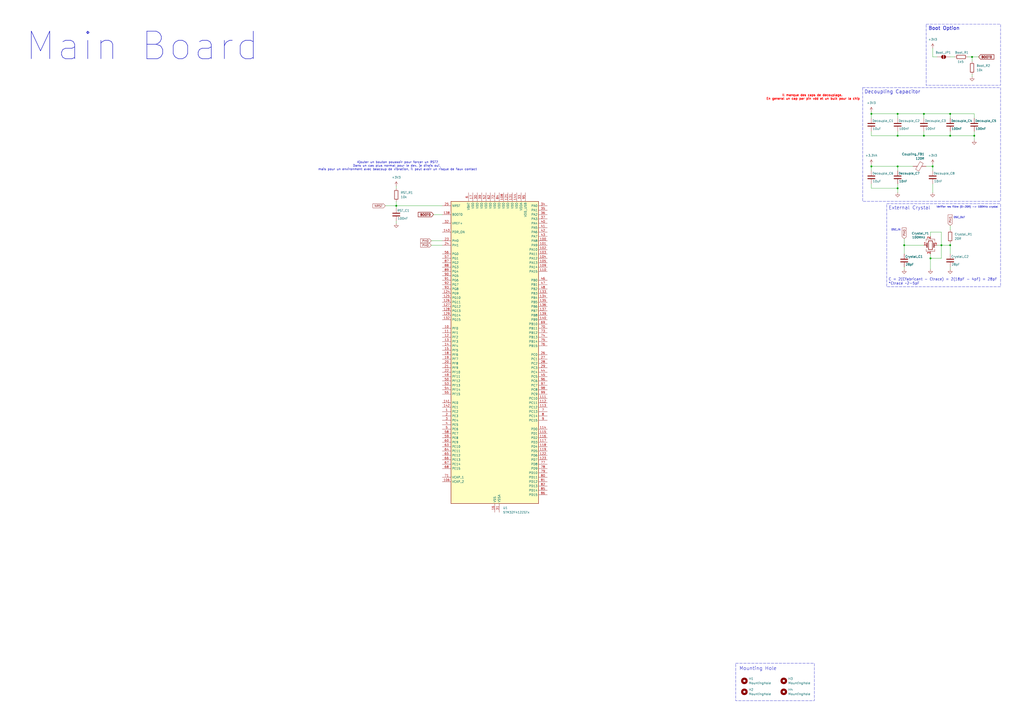
<source format=kicad_sch>
(kicad_sch (version 20231120) (generator "eeschema") (generator_version "8.0")
  (paper "A2")
  (title_block (title "Main Board") (date "2024-11-08") (company "GAUL"))
  (lib_symbols
    (symbol "Device:C" (pin_numbers hide) (pin_names (offset 0.254))
      (property "Reference" "C" (at 0.635 2.54 0))
      (property "Value" "C" (at 0.635 -2.54 0))
      (symbol "C_0_1"
        (polyline (pts (xy -2.032 -0.762) (xy 2.032 -0.762)) (stroke (width 0.508)))
        (polyline (pts (xy -2.032 0.762) (xy 2.032 0.762)) (stroke (width 0.508)))
      )
      (symbol "C_1_1"
        (pin passive line (at 0 3.81 270) (length 2.794) (name "~") (number "1"))
        (pin passive line (at 0 -3.81 90) (length 2.794) (name "~") (number "2"))
      )
    )
    (symbol "Device:Crystal_GND23" (pin_names (offset 1.016) hide)
      (property "Reference" "Y" (at 3.175 5.08 0))
      (property "Value" "Crystal_GND23" (at 3.175 3.175 0))
      (symbol "Crystal_GND23_0_1"
        (rectangle (start -1.143 2.54) (end 1.143 -2.54) (stroke (width 0.3048)))
        (polyline (pts (xy -2.54 0) (xy -2.032 0)))
        (polyline (pts (xy -2.032 -1.27) (xy -2.032 1.27)) (stroke (width 0.508)))
        (polyline (pts (xy 0 -3.81) (xy 0 -3.556)))
        (polyline (pts (xy 0 3.556) (xy 0 3.81)))
        (polyline (pts (xy 2.032 -1.27) (xy 2.032 1.27)) (stroke (width 0.508)))
        (polyline (pts (xy 2.032 0) (xy 2.54 0)))
        (polyline (pts (xy -2.54 -2.286) (xy -2.54 -3.556) (xy 2.54 -3.556) (xy 2.54 -2.286)))
        (polyline (pts (xy -2.54 2.286) (xy -2.54 3.556) (xy 2.54 3.556) (xy 2.54 2.286)))
      )
      (symbol "Crystal_GND23_1_1"
        (pin passive line (at -3.81 0 0) (length 1.27) (name "1") (number "1"))
        (pin passive line (at 0 5.08 270) (length 1.27) (name "2") (number "2"))
        (pin passive line (at 0 -5.08 90) (length 1.27) (name "3") (number "3"))
        (pin passive line (at 3.81 0 180) (length 1.27) (name "4") (number "4"))
      )
    )
    (symbol "Device:FerriteBead" (pin_numbers hide) (pin_names (offset 0))
      (property "Reference" "FB" (at -3.81 0.635 90))
      (property "Value" "FerriteBead" (at 3.81 0 90))
      (symbol "FerriteBead_0_1"
        (polyline (pts (xy 0 -1.27) (xy 0 -1.2192)))
        (polyline (pts (xy 0 1.27) (xy 0 1.2954)))
        (polyline (pts (xy -2.7686 0.4064) (xy -1.7018 2.2606) (xy 2.7686 -0.3048) (xy 1.6764 -2.159) (xy -2.7686 0.4064)))
      )
      (symbol "FerriteBead_1_1"
        (pin passive line (at 0 3.81 270) (length 2.54) (name "~") (number "1"))
        (pin passive line (at 0 -3.81 90) (length 2.54) (name "~") (number "2"))
      )
    )
    (symbol "Device:R" (pin_numbers hide) (pin_names (offset 0))
      (property "Reference" "R" (at 2.032 0 90))
      (property "Value" "R" (at 0 0 90))
      (symbol "R_0_1"
        (rectangle (start -1.016 -2.54) (end 1.016 2.54) (stroke (width 0.254)))
      )
      (symbol "R_1_1"
        (pin passive line (at 0 3.81 270) (length 1.27) (name "~") (number "1"))
        (pin passive line (at 0 -3.81 90) (length 1.27) (name "~") (number "2"))
      )
    )
    (symbol "Jumper:SolderJumper_2_Open" (pin_numbers hide) (pin_names (offset 0) hide) (exclude_from_sim yes) (in_bom no)
      (property "Reference" "JP" (at 0 2.032 0))
      (property "Value" "SolderJumper_2_Open" (at 0 -2.54 0))
      (symbol "SolderJumper_2_Open_0_1"
        (arc (start -0.254 1.016) (mid -1.2656 0) (end -0.254 -1.016))
        (arc (start -0.254 1.016) (mid -1.2656 0) (end -0.254 -1.016) (fill (type outline)))
        (polyline (pts (xy -0.254 1.016) (xy -0.254 -1.016)))
        (polyline (pts (xy 0.254 1.016) (xy 0.254 -1.016)))
        (arc (start 0.254 -1.016) (mid 1.2656 0) (end 0.254 1.016))
        (arc (start 0.254 -1.016) (mid 1.2656 0) (end 0.254 1.016) (fill (type outline)))
      )
      (symbol "SolderJumper_2_Open_1_1"
        (pin passive line (at -3.81 0 0) (length 2.54) (name "A") (number "1"))
        (pin passive line (at 3.81 0 180) (length 2.54) (name "B") (number "2"))
      )
    )
    (symbol "Mechanical:MountingHole" (pin_names (offset 1.016)) (exclude_from_sim yes) (in_bom no)
      (property "Reference" "H" (at 0 5.08 0))
      (property "Value" "MountingHole" (at 0 3.175 0))
      (symbol "MountingHole_0_1"
        (circle (center 0 0) (radius 1.27) (stroke (width 1.27)))
      )
    )
    (symbol "ODB_Lib:STM32F412ZGTx"
      (property "Reference" "U" (at -25.4 90.17 0))
      (property "Value" "STM32F412ZGTx" (at 20.32 90.17 0))
      (symbol "STM32F412ZGTx_0_1"
        (rectangle (start -25.4 -86.36) (end 25.4 88.9) (stroke (width 0.254)) (fill (type background)))
      )
      (symbol "STM32F412ZGTx_1_1"
        (pin bidirectional line (at -30.48 -33.02 0) (length 5.08) (name "PE2") (number "1"))
        (pin bidirectional line (at -30.48 15.24 0) (length 5.08) (name "PF0") (number "10"))
        (pin bidirectional line (at 30.48 66.04 180) (length 5.08) (name "PA8") (number "100"))
        (pin bidirectional line (at 30.48 63.5 180) (length 5.08) (name "PA9") (number "101"))
        (pin bidirectional line (at 30.48 60.96 180) (length 5.08) (name "PA10") (number "102"))
        (pin bidirectional line (at 30.48 58.42 180) (length 5.08) (name "PA11") (number "103"))
        (pin bidirectional line (at 30.48 55.88 180) (length 5.08) (name "PA12") (number "104"))
        (pin bidirectional line (at 30.48 53.34 180) (length 5.08) (name "PA13") (number "105"))
        (pin power_out line (at -30.48 -73.66 0) (length 5.08) (name "VCAP_2") (number "106"))
        (pin passive line (at 0 -91.44 90) (length 5.08) hide (name "VSS") (number "107"))
        (pin power_in line (at 5.08 93.98 270) (length 5.08) (name "VDD") (number "108"))
        (pin bidirectional line (at 30.48 50.8 180) (length 5.08) (name "PA14") (number "109"))
        (pin bidirectional line (at -30.48 12.7 0) (length 5.08) (name "PF1") (number "11"))
        (pin bidirectional line (at 30.48 48.26 180) (length 5.08) (name "PA15") (number "110"))
        (pin bidirectional line (at 30.48 -25.4 180) (length 5.08) (name "PC10") (number "111"))
        (pin bidirectional line (at 30.48 -27.94 180) (length 5.08) (name "PC11") (number "112"))
        (pin bidirectional line (at 30.48 -30.48 180) (length 5.08) (name "PC12") (number "113"))
        (pin bidirectional line (at 30.48 -43.18 180) (length 5.08) (name "PD0") (number "114"))
        (pin bidirectional line (at 30.48 -45.72 180) (length 5.08) (name "PD1") (number "115"))
        (pin bidirectional line (at 30.48 -48.26 180) (length 5.08) (name "PD2") (number "116"))
        (pin bidirectional line (at 30.48 -50.8 180) (length 5.08) (name "PD3") (number "117"))
        (pin bidirectional line (at 30.48 -53.34 180) (length 5.08) (name "PD4") (number "118"))
        (pin bidirectional line (at 30.48 -55.88 180) (length 5.08) (name "PD5") (number "119"))
        (pin bidirectional line (at -30.48 10.16 0) (length 5.08) (name "PF2") (number "12"))
        (pin passive line (at 0 -91.44 90) (length 5.08) hide (name "VSS") (number "120"))
        (pin power_in line (at 7.62 93.98 270) (length 5.08) (name "VDD") (number "121"))
        (pin bidirectional line (at 30.48 -58.42 180) (length 5.08) (name "PD6") (number "122"))
        (pin bidirectional line (at 30.48 -60.96 180) (length 5.08) (name "PD7") (number "123"))
        (pin bidirectional line (at -30.48 35.56 0) (length 5.08) (name "PG9") (number "124"))
        (pin bidirectional line (at -30.48 33.02 0) (length 5.08) (name "PG10") (number "125"))
        (pin bidirectional line (at -30.48 30.48 0) (length 5.08) (name "PG11") (number "126"))
        (pin bidirectional line (at -30.48 27.94 0) (length 5.08) (name "PG12") (number "127"))
        (pin bidirectional line (at -30.48 25.4 0) (length 5.08) (name "PG13") (number "128"))
        (pin bidirectional line (at -30.48 22.86 0) (length 5.08) (name "PG14") (number "129"))
        (pin bidirectional line (at -30.48 7.62 0) (length 5.08) (name "PF3") (number "13"))
        (pin passive line (at 0 -91.44 90) (length 5.08) hide (name "VSS") (number "130"))
        (pin power_in line (at 10.16 93.98 270) (length 5.08) (name "VDD") (number "131"))
        (pin bidirectional line (at -30.48 20.32 0) (length 5.08) (name "PG15") (number "132"))
        (pin bidirectional line (at 30.48 35.56 180) (length 5.08) (name "PB3") (number "133"))
        (pin bidirectional line (at 30.48 33.02 180) (length 5.08) (name "PB4") (number "134"))
        (pin bidirectional line (at 30.48 30.48 180) (length 5.08) (name "PB5") (number "135"))
        (pin bidirectional line (at 30.48 27.94 180) (length 5.08) (name "PB6") (number "136"))
        (pin bidirectional line (at 30.48 25.4 180) (length 5.08) (name "PB7") (number "137"))
        (pin input line (at -30.48 81.28 0) (length 5.08) (name "BOOT0") (number "138"))
        (pin bidirectional line (at 30.48 22.86 180) (length 5.08) (name "PB8") (number "139"))
        (pin bidirectional line (at -30.48 5.08 0) (length 5.08) (name "PF4") (number "14"))
        (pin bidirectional line (at 30.48 20.32 180) (length 5.08) (name "PB9") (number "140"))
        (pin bidirectional line (at -30.48 -27.94 0) (length 5.08) (name "PE0") (number "141"))
        (pin bidirectional line (at -30.48 -30.48 0) (length 5.08) (name "PE1") (number "142"))
        (pin input line (at -30.48 71.12 0) (length 5.08) (name "PDR_ON") (number "143"))
        (pin power_in line (at 12.7 93.98 270) (length 5.08) (name "VDD") (number "144"))
        (pin bidirectional line (at -30.48 2.54 0) (length 5.08) (name "PF5") (number "15"))
        (pin power_in line (at 0 -91.44 90) (length 5.08) (name "VSS") (number "16"))
        (pin power_in line (at -12.7 93.98 270) (length 5.08) (name "VDD") (number "17"))
        (pin bidirectional line (at -30.48 0 0) (length 5.08) (name "PF6") (number "18"))
        (pin bidirectional line (at -30.48 -2.54 0) (length 5.08) (name "PF7") (number "19"))
        (pin bidirectional line (at -30.48 -35.56 0) (length 5.08) (name "PE3") (number "2"))
        (pin bidirectional line (at -30.48 -5.08 0) (length 5.08) (name "PF8") (number "20"))
        (pin bidirectional line (at -30.48 -7.62 0) (length 5.08) (name "PF9") (number "21"))
        (pin bidirectional line (at -30.48 -10.16 0) (length 5.08) (name "PF10") (number "22"))
        (pin bidirectional line (at -30.48 66.04 0) (length 5.08) (name "PH0") (number "23"))
        (pin bidirectional line (at -30.48 63.5 0) (length 5.08) (name "PH1") (number "24"))
        (pin input line (at -30.48 86.36 0) (length 5.08) (name "NRST") (number "25"))
        (pin bidirectional line (at 30.48 0 180) (length 5.08) (name "PC0") (number "26"))
        (pin bidirectional line (at 30.48 -2.54 180) (length 5.08) (name "PC1") (number "27"))
        (pin bidirectional line (at 30.48 -5.08 180) (length 5.08) (name "PC2") (number "28"))
        (pin bidirectional line (at 30.48 -7.62 180) (length 5.08) (name "PC3") (number "29"))
        (pin bidirectional line (at -30.48 -38.1 0) (length 5.08) (name "PE4") (number "3"))
        (pin power_in line (at -10.16 93.98 270) (length 5.08) (name "VDD") (number "30"))
        (pin power_in line (at 2.54 -91.44 90) (length 5.08) (name "VSSA") (number "31"))
        (pin input line (at -30.48 76.2 0) (length 5.08) (name "VREF+") (number "32"))
        (pin power_in line (at 15.24 93.98 270) (length 5.08) (name "VDDA") (number "33"))
        (pin bidirectional line (at 30.48 86.36 180) (length 5.08) (name "PA0") (number "34"))
        (pin bidirectional line (at 30.48 83.82 180) (length 5.08) (name "PA1") (number "35"))
        (pin bidirectional line (at 30.48 81.28 180) (length 5.08) (name "PA2") (number "36"))
        (pin bidirectional line (at 30.48 78.74 180) (length 5.08) (name "PA3") (number "37"))
        (pin passive line (at 0 -91.44 90) (length 5.08) hide (name "VSS") (number "38"))
        (pin power_in line (at -7.62 93.98 270) (length 5.08) (name "VDD") (number "39"))
        (pin bidirectional line (at -30.48 -40.64 0) (length 5.08) (name "PE5") (number "4"))
        (pin bidirectional line (at 30.48 76.2 180) (length 5.08) (name "PA4") (number "40"))
        (pin bidirectional line (at 30.48 73.66 180) (length 5.08) (name "PA5") (number "41"))
        (pin bidirectional line (at 30.48 71.12 180) (length 5.08) (name "PA6") (number "42"))
        (pin bidirectional line (at 30.48 68.58 180) (length 5.08) (name "PA7") (number "43"))
        (pin bidirectional line (at 30.48 -10.16 180) (length 5.08) (name "PC4") (number "44"))
        (pin bidirectional line (at 30.48 -12.7 180) (length 5.08) (name "PC5") (number "45"))
        (pin bidirectional line (at 30.48 43.18 180) (length 5.08) (name "PB0") (number "46"))
        (pin bidirectional line (at 30.48 40.64 180) (length 5.08) (name "PB1") (number "47"))
        (pin bidirectional line (at 30.48 38.1 180) (length 5.08) (name "PB2") (number "48"))
        (pin bidirectional line (at -30.48 -12.7 0) (length 5.08) (name "PF11") (number "49"))
        (pin bidirectional line (at -30.48 -43.18 0) (length 5.08) (name "PE6") (number "5"))
        (pin bidirectional line (at -30.48 -15.24 0) (length 5.08) (name "PF12") (number "50"))
        (pin passive line (at 0 -91.44 90) (length 5.08) hide (name "VSS") (number "51"))
        (pin power_in line (at -5.08 93.98 270) (length 5.08) (name "VDD") (number "52"))
        (pin bidirectional line (at -30.48 -17.78 0) (length 5.08) (name "PF13") (number "53"))
        (pin bidirectional line (at -30.48 -20.32 0) (length 5.08) (name "PF14") (number "54"))
        (pin bidirectional line (at -30.48 -22.86 0) (length 5.08) (name "PF15") (number "55"))
        (pin bidirectional line (at -30.48 58.42 0) (length 5.08) (name "PG0") (number "56"))
        (pin bidirectional line (at -30.48 55.88 0) (length 5.08) (name "PG1") (number "57"))
        (pin bidirectional line (at -30.48 -45.72 0) (length 5.08) (name "PE7") (number "58"))
        (pin bidirectional line (at -30.48 -48.26 0) (length 5.08) (name "PE8") (number "59"))
        (pin power_in line (at -15.24 93.98 270) (length 5.08) (name "VBAT") (number "6"))
        (pin bidirectional line (at -30.48 -50.8 0) (length 5.08) (name "PE9") (number "60"))
        (pin passive line (at 0 -91.44 90) (length 5.08) hide (name "VSS") (number "61"))
        (pin power_in line (at -2.54 93.98 270) (length 5.08) (name "VDD") (number "62"))
        (pin bidirectional line (at -30.48 -53.34 0) (length 5.08) (name "PE10") (number "63"))
        (pin bidirectional line (at -30.48 -55.88 0) (length 5.08) (name "PE11") (number "64"))
        (pin bidirectional line (at -30.48 -58.42 0) (length 5.08) (name "PE12") (number "65"))
        (pin bidirectional line (at -30.48 -60.96 0) (length 5.08) (name "PE13") (number "66"))
        (pin bidirectional line (at -30.48 -63.5 0) (length 5.08) (name "PE14") (number "67"))
        (pin bidirectional line (at -30.48 -66.04 0) (length 5.08) (name "PE15") (number "68"))
        (pin bidirectional line (at 30.48 17.78 180) (length 5.08) (name "PB10") (number "69"))
        (pin bidirectional line (at 30.48 -33.02 180) (length 5.08) (name "PC13") (number "7"))
        (pin bidirectional line (at 30.48 15.24 180) (length 5.08) (name "PB11") (number "70"))
        (pin power_out line (at -30.48 -71.12 0) (length 5.08) (name "VCAP_1") (number "71"))
        (pin power_in line (at 0 93.98 270) (length 5.08) (name "VDD") (number "72"))
        (pin bidirectional line (at 30.48 12.7 180) (length 5.08) (name "PB12") (number "73"))
        (pin bidirectional line (at 30.48 10.16 180) (length 5.08) (name "PB13") (number "74"))
        (pin bidirectional line (at 30.48 7.62 180) (length 5.08) (name "PB14") (number "75"))
        (pin bidirectional line (at 30.48 5.08 180) (length 5.08) (name "PB15") (number "76"))
        (pin bidirectional line (at 30.48 -63.5 180) (length 5.08) (name "PD8") (number "77"))
        (pin bidirectional line (at 30.48 -66.04 180) (length 5.08) (name "PD9") (number "78"))
        (pin bidirectional line (at 30.48 -68.58 180) (length 5.08) (name "PD10") (number "79"))
        (pin bidirectional line (at 30.48 -35.56 180) (length 5.08) (name "PC14") (number "8"))
        (pin bidirectional line (at 30.48 -71.12 180) (length 5.08) (name "PD11") (number "80"))
        (pin bidirectional line (at 30.48 -73.66 180) (length 5.08) (name "PD12") (number "81"))
        (pin bidirectional line (at 30.48 -76.2 180) (length 5.08) (name "PD13") (number "82"))
        (pin passive line (at 0 -91.44 90) (length 5.08) hide (name "VSS") (number "83"))
        (pin power_in line (at 2.54 93.98 270) (length 5.08) (name "VDD") (number "84"))
        (pin bidirectional line (at 30.48 -78.74 180) (length 5.08) (name "PD14") (number "85"))
        (pin bidirectional line (at 30.48 -81.28 180) (length 5.08) (name "PD15") (number "86"))
        (pin bidirectional line (at -30.48 53.34 0) (length 5.08) (name "PG2") (number "87"))
        (pin bidirectional line (at -30.48 50.8 0) (length 5.08) (name "PG3") (number "88"))
        (pin bidirectional line (at -30.48 48.26 0) (length 5.08) (name "PG4") (number "89"))
        (pin bidirectional line (at 30.48 -38.1 180) (length 5.08) (name "PC15") (number "9"))
        (pin bidirectional line (at -30.48 45.72 0) (length 5.08) (name "PG5") (number "90"))
        (pin bidirectional line (at -30.48 43.18 0) (length 5.08) (name "PG6") (number "91"))
        (pin bidirectional line (at -30.48 40.64 0) (length 5.08) (name "PG7") (number "92"))
        (pin bidirectional line (at -30.48 38.1 0) (length 5.08) (name "PG8") (number "93"))
        (pin passive line (at 0 -91.44 90) (length 5.08) hide (name "VSS") (number "94"))
        (pin power_in line (at 17.78 93.98 270) (length 5.08) (name "VDD_USB") (number "95"))
        (pin bidirectional line (at 30.48 -15.24 180) (length 5.08) (name "PC6") (number "96"))
        (pin bidirectional line (at 30.48 -17.78 180) (length 5.08) (name "PC7") (number "97"))
        (pin bidirectional line (at 30.48 -20.32 180) (length 5.08) (name "PC8") (number "98"))
        (pin bidirectional line (at 30.48 -22.86 180) (length 5.08) (name "PC9") (number "99"))
      )
    )
    (symbol "power:+3.3VA" (power) (pin_numbers hide) (pin_names (offset 0) hide)
      (property "Value" "+3.3VA" (at 0 3.556 0))
      (symbol "+3.3VA_0_1"
        (polyline (pts (xy -0.762 1.27) (xy 0 2.54)))
        (polyline (pts (xy 0 0) (xy 0 2.54)))
        (polyline (pts (xy 0 2.54) (xy 0.762 1.27)))
      )
      (symbol "+3.3VA_1_1"
        (pin power_in line (at 0 0 90) (length 0) (name "~") (number "1"))
      )
    )
    (symbol "power:+3V3" (power) (pin_numbers hide) (pin_names (offset 0) hide)
      (property "Value" "+3V3" (at 0 3.556 0))
      (symbol "+3V3_0_1"
        (polyline (pts (xy -0.762 1.27) (xy 0 2.54)))
        (polyline (pts (xy 0 0) (xy 0 2.54)))
        (polyline (pts (xy 0 2.54) (xy 0.762 1.27)))
      )
      (symbol "+3V3_1_1"
        (pin power_in line (at 0 0 90) (length 0) (name "~") (number "1"))
      )
    )
    (symbol "power:GND" (power) (pin_numbers hide) (pin_names (offset 0) hide)
      (property "Value" "GND" (at 0 -3.81 0))
      (symbol "GND_0_1"
        (polyline (pts (xy 0 0) (xy 0 -1.27) (xy 1.27 -1.27) (xy 0 -2.54) (xy -1.27 -1.27) (xy 0 -1.27)))
      )
      (symbol "GND_1_1"
        (pin power_in line (at 0 0 270) (length 0) (name "~") (number "1"))
      )
    )
  )
  (junction (at 551.18 142.24))
  (junction (at 520.7 96.52))
  (junction (at 505.46 66.04))
  (junction (at 229.87 119.38))
  (junction (at 546.1 142.24))
  (junction (at 539.75 149.86))
  (junction (at 551.18 78.74))
  (junction (at 551.18 66.04))
  (junction (at 520.7 109.22))
  (junction (at 565.15 78.74))
  (junction (at 535.94 66.04))
  (junction (at 563.88 33.02))
  (junction (at 541.02 96.52))
  (junction (at 520.7 78.74))
  (junction (at 520.7 66.04))
  (junction (at 505.46 96.52))
  (junction (at 535.94 78.74))
  (junction (at 524.51 142.24))
  (wire (pts (xy 505.46 109.22) (xy 520.7 109.22)))
  (wire (pts (xy 505.46 78.74) (xy 520.7 78.74)))
  (wire (pts (xy 551.18 78.74) (xy 535.94 78.74)))
  (wire (pts (xy 539.75 147.32) (xy 539.75 149.86)))
  (wire (pts (xy 520.7 109.22) (xy 520.7 106.68)))
  (wire (pts (xy 551.18 66.04) (xy 535.94 66.04)))
  (wire (pts (xy 551.18 130.81) (xy 551.18 133.35)))
  (wire (pts (xy 551.18 154.94) (xy 551.18 156.21)))
  (wire (pts (xy 541.02 33.02) (xy 543.56 33.02)))
  (wire (pts (xy 541.02 96.52) (xy 541.02 99.06)))
  (wire (pts (xy 505.46 76.2) (xy 505.46 78.74)))
  (wire (pts (xy 229.87 119.38) (xy 229.87 120.65)))
  (wire (pts (xy 229.87 116.84) (xy 229.87 119.38)))
  (wire (pts (xy 541.02 27.94) (xy 541.02 33.02)))
  (wire (pts (xy 546.1 134.62) (xy 539.75 134.62)))
  (wire (pts (xy 535.94 66.04) (xy 520.7 66.04)))
  (wire (pts (xy 535.94 142.24) (xy 524.51 142.24)))
  (wire (pts (xy 565.15 68.58) (xy 565.15 66.04)))
  (wire (pts (xy 250.19 142.24) (xy 256.54 142.24)))
  (wire (pts (xy 505.46 106.68) (xy 505.46 109.22)))
  (wire (pts (xy 505.46 95.25) (xy 505.46 96.52)))
  (wire (pts (xy 563.88 43.18) (xy 563.88 44.45)))
  (wire (pts (xy 505.46 66.04) (xy 520.7 66.04)))
  (wire (pts (xy 551.18 142.24) (xy 546.1 142.24)))
  (wire (pts (xy 535.94 78.74) (xy 520.7 78.74)))
  (wire (pts (xy 524.51 138.43) (xy 524.51 142.24)))
  (wire (pts (xy 520.7 96.52) (xy 520.7 99.06)))
  (wire (pts (xy 505.46 66.04) (xy 505.46 68.58)))
  (wire (pts (xy 251.46 124.46) (xy 256.54 124.46)))
  (wire (pts (xy 520.7 68.58) (xy 520.7 66.04)))
  (wire (pts (xy 546.1 149.86) (xy 539.75 149.86)))
  (wire (pts (xy 505.46 96.52) (xy 505.46 99.06)))
  (wire (pts (xy 565.15 78.74) (xy 551.18 78.74)))
  (wire (pts (xy 551.18 68.58) (xy 551.18 66.04)))
  (wire (pts (xy 561.34 33.02) (xy 563.88 33.02)))
  (wire (pts (xy 250.19 139.7) (xy 256.54 139.7)))
  (wire (pts (xy 541.02 95.25) (xy 541.02 96.52)))
  (wire (pts (xy 535.94 76.2) (xy 535.94 78.74)))
  (wire (pts (xy 524.51 142.24) (xy 524.51 147.32)))
  (wire (pts (xy 520.7 96.52) (xy 529.59 96.52)))
  (wire (pts (xy 563.88 33.02) (xy 563.88 35.56)))
  (wire (pts (xy 565.15 78.74) (xy 565.15 81.28)))
  (wire (pts (xy 551.18 142.24) (xy 551.18 147.32)))
  (wire (pts (xy 520.7 109.22) (xy 520.7 111.76)))
  (wire (pts (xy 563.88 33.02) (xy 567.69 33.02)))
  (wire (pts (xy 551.18 33.02) (xy 553.72 33.02)))
  (wire (pts (xy 541.02 106.68) (xy 541.02 111.76)))
  (wire (pts (xy 551.18 76.2) (xy 551.18 78.74)))
  (wire (pts (xy 565.15 66.04) (xy 551.18 66.04)))
  (wire (pts (xy 229.87 107.95) (xy 229.87 109.22)))
  (wire (pts (xy 546.1 134.62) (xy 546.1 142.24)))
  (wire (pts (xy 565.15 76.2) (xy 565.15 78.74)))
  (wire (pts (xy 535.94 68.58) (xy 535.94 66.04)))
  (wire (pts (xy 543.56 142.24) (xy 546.1 142.24)))
  (wire (pts (xy 229.87 119.38) (xy 256.54 119.38)))
  (wire (pts (xy 524.51 154.94) (xy 524.51 156.21)))
  (wire (pts (xy 546.1 142.24) (xy 546.1 149.86)))
  (wire (pts (xy 223.52 119.38) (xy 229.87 119.38)))
  (wire (pts (xy 551.18 140.97) (xy 551.18 142.24)))
  (wire (pts (xy 539.75 134.62) (xy 539.75 137.16)))
  (wire (pts (xy 520.7 76.2) (xy 520.7 78.74)))
  (wire (pts (xy 229.87 128.27) (xy 229.87 129.54)))
  (wire (pts (xy 539.75 149.86) (xy 539.75 156.21)))
  (wire (pts (xy 520.7 96.52) (xy 505.46 96.52)))
  (wire (pts (xy 505.46 64.77) (xy 505.46 66.04)))
  (wire (pts (xy 537.21 96.52) (xy 541.02 96.52)))
  (rectangle (start 426.72 384.81) (end 472.44 406.4) (stroke (width 0) (type dash)))
  (rectangle (start 537.21 13.97) (end 580.39 49.53) (stroke (width 0) (type dash)))
  (rectangle (start 500.38 50.8) (end 580.39 116.84) (stroke (width 0) (type dash)))
  (rectangle (start 514.35 118.11) (end 580.39 166.37) (stroke (width 0) (type dash)))
  (text "Vérifier res filtre (0-20R) -> 100MHz crystal" (at 561.086 120.142 0) (effects (font (size 1 1))))
  (text "C = 2(Cfabricant - Ctrace) = 2(18pF - 4pF) = 28pF\n*Ctrace ~2-5pF" (at 515.366 163.322 0) (effects (font (size 1.5 1.5)) (justify left)))
  (text "Il manque des caps de decouplage. \nEn general un cap par pin vdd et un bulk pour la chip" (at 471.678 56.388 0) (effects (font (size 1.27 1.27) (thickness 0.254) (bold yes))))
  (text "Main Board" (at 82.55 26.924 0) (effects (font (size 16 16) (thickness 0.254) (bold yes))))
  (text "Mounting Hole" (at 439.674 387.858 0) (effects (font (size 2 2))))
  (text "Boot Option" (at 547.624 16.51 0) (effects (font (size 2 2) (thickness 0.25))))
  (text "OSC_OUT" (at 556.514 126.238 0) (effects (font (size 1 1))))
  (text "Ajouter un bouton poussoir pour forcer un RST?\nDans un cas plus normal pour le dev, je dirais oui, \nmais pour un environment avec beacoup de vibration, il peut avoir un risque de faux contact" (at 230.632 96.266 0) (effects (font (size 1.27 1.27))))
  (text "External Crystal" (at 527.558 120.65 0) (effects (font (size 2 2))))
  (text "Decoupling Capacitor" (at 517.652 53.34 0) (effects (font (size 2 2) (thickness 0.1875))))
  (text "OSC_IN" (at 519.684 133.35 0) (effects (font (size 1 1))))
  (global_label "PH0" (shape input) (at 250.19 139.7 180) (property "Intersheetrefs" "${INTERSHEET_REFS}" (effects (hide yes))))
  (global_label "BOOT0" (shape input) (at 251.46 124.46 180) (effects (font (thickness 0.254) (bold yes))) (property "Intersheetrefs" "${INTERSHEET_REFS}" (effects (hide yes))))
  (global_label "PH1" (shape input) (at 551.18 130.81 90) (property "Intersheetrefs" "${INTERSHEET_REFS}" (effects (hide yes))))
  (global_label "PH0" (shape input) (at 250.19 142.24 180) (property "Intersheetrefs" "${INTERSHEET_REFS}" (effects (hide yes))))
  (global_label "NRST" (shape input) (at 223.52 119.38 180) (property "Intersheetrefs" "${INTERSHEET_REFS}" (effects (hide yes))))
  (global_label "BOOT0" (shape input) (at 567.69 33.02 0) (effects (font (thickness 0.254) (bold yes))) (property "Intersheetrefs" "${INTERSHEET_REFS}" (effects (hide yes))))
  (global_label "PH0" (shape input) (at 524.51 138.43 90) (property "Intersheetrefs" "${INTERSHEET_REFS}" (effects (hide yes))))
  (symbol (lib_id "power:GND") (at 524.51 156.21 0) (unit 1)
    (property "Reference" "#PWR040" (effects (hide yes)))
    (property "Value" "GND" (effects (hide yes)))
    (property "Description" "Power symbol creates a global label with name \"GND\" , ground" (effects (hide yes)))
  )
  (symbol (lib_id "Device:R") (at 229.87 113.03 0) (unit 1)
    (property "Reference" "RST_R1" (at 232.41 111.7599 0) (effects (justify left)))
    (property "Value" "10k" (at 232.41 114.2999 0) (effects (justify left)))
    (property "Description" "Resistor" (effects (hide yes)))
  )
  (symbol (lib_id "Device:C") (at 541.02 102.87 0) (unit 1)
    (property "Reference" "Decouple_C8" (at 541.528 100.584 0) (effects (justify left)))
    (property "Value" "10nF" (at 541.782 105.156 0) (effects (justify left)))
    (property "Description" "Unpolarized capacitor" (effects (hide yes)))
  )
  (symbol (lib_id "power:GND") (at 541.02 111.76 0) (unit 1)
    (property "Reference" "#PWR039" (effects (hide yes)))
    (property "Value" "GND" (effects (hide yes)))
    (property "Description" "Power symbol creates a global label with name \"GND\" , ground" (effects (hide yes)))
  )
  (symbol (lib_id "power:GND") (at 229.87 129.54 0) (unit 1)
    (property "Reference" "#PWR045" (effects (hide yes)))
    (property "Value" "GND" (effects (hide yes)))
    (property "Description" "Power symbol creates a global label with name \"GND\" , ground" (effects (hide yes)))
  )
  (symbol (lib_id "power:+3V3") (at 505.46 64.77 0) (unit 1)
    (property "Reference" "#PWR018" (effects (hide yes)))
    (property "Value" "+3V3" (at 505.46 59.69 0))
    (property "Description" "Power symbol creates a global label with name \"+3V3\"" (effects (hide yes)))
  )
  (symbol (lib_id "Device:C") (at 535.94 72.39 0) (unit 1)
    (property "Reference" "Decouple_C3" (at 536.448 70.104 0) (effects (justify left)))
    (property "Value" "100nF" (at 536.702 74.676 0) (effects (justify left)))
    (property "Description" "Unpolarized capacitor" (effects (hide yes)))
  )
  (symbol (lib_id "power:+3V3") (at 541.02 95.25 0) (unit 1)
    (property "Reference" "#PWR037" (effects (hide yes)))
    (property "Value" "+3V3" (at 541.02 90.17 0))
    (property "Description" "Power symbol creates a global label with name \"+3V3\"" (effects (hide yes)))
  )
  (symbol (lib_id "power:GND") (at 563.88 44.45 0) (unit 1)
    (property "Reference" "#PWR017" (effects (hide yes)))
    (property "Value" "GND" (effects (hide yes)))
    (property "Description" "Power symbol creates a global label with name \"GND\" , ground" (effects (hide yes)))
  )
  (symbol (lib_id "Device:R") (at 557.53 33.02 90) (unit 1)
    (property "Reference" "Boot_R1" (at 561.848 30.48 90) (effects (justify left)))
    (property "Value" "1k5" (at 559.054 35.814 90) (effects (justify left)))
    (property "Description" "Resistor" (effects (hide yes)))
  )
  (symbol (lib_id "Mechanical:MountingHole") (at 431.8 394.97 0) (unit 1) (exclude_from_sim yes) (in_bom no)
    (property "Reference" "H1" (at 434.34 393.6999 0) (effects (justify left)))
    (property "Value" "MountingHole" (at 434.34 396.2399 0) (effects (justify left)))
    (property "Description" "Mounting Hole without connection" (effects (hide yes)))
  )
  (symbol (lib_id "Mechanical:MountingHole") (at 454.66 401.32 0) (unit 1) (exclude_from_sim yes) (in_bom no)
    (property "Reference" "H4" (at 457.2 400.0499 0) (effects (justify left)))
    (property "Value" "MountingHole" (at 457.2 402.5899 0) (effects (justify left)))
    (property "Description" "Mounting Hole without connection" (effects (hide yes)))
  )
  (symbol (lib_id "Device:C") (at 520.7 72.39 0) (unit 1)
    (property "Reference" "Decouple_C2" (at 521.208 70.104 0) (effects (justify left)))
    (property "Value" "100nF" (at 521.462 74.676 0) (effects (justify left)))
    (property "Description" "Unpolarized capacitor" (effects (hide yes)))
  )
  (symbol (lib_id "power:GND") (at 520.7 111.76 0) (unit 1)
    (property "Reference" "#PWR038" (effects (hide yes)))
    (property "Value" "GND" (effects (hide yes)))
    (property "Description" "Power symbol creates a global label with name \"GND\" , ground" (effects (hide yes)))
  )
  (symbol (lib_id "Device:C") (at 524.51 151.13 0) (unit 1)
    (property "Reference" "Crystal_C1" (at 525.018 148.844 0) (effects (justify left)))
    (property "Value" "28pF" (at 525.272 153.416 0) (effects (justify left)))
    (property "Description" "Unpolarized capacitor" (effects (hide yes)))
  )
  (symbol (lib_id "Device:C") (at 551.18 72.39 0) (unit 1)
    (property "Reference" "Decouple_C4" (at 551.688 70.104 0) (effects (justify left)))
    (property "Value" "100nF" (at 551.942 74.676 0) (effects (justify left)))
    (property "Description" "Unpolarized capacitor" (effects (hide yes)))
  )
  (symbol (lib_id "Device:C") (at 551.18 151.13 0) (unit 1)
    (property "Reference" "Crystal_C2" (at 551.688 148.844 0) (effects (justify left)))
    (property "Value" "28pF" (at 551.942 153.416 0) (effects (justify left)))
    (property "Description" "Unpolarized capacitor" (effects (hide yes)))
  )
  (symbol (lib_id "power:GND") (at 551.18 156.21 0) (unit 1)
    (property "Reference" "#PWR042" (effects (hide yes)))
    (property "Value" "GND" (effects (hide yes)))
    (property "Description" "Power symbol creates a global label with name \"GND\" , ground" (effects (hide yes)))
  )
  (symbol (lib_id "power:+3V3") (at 541.02 27.94 0) (unit 1)
    (property "Reference" "#PWR014" (effects (hide yes)))
    (property "Value" "+3V3" (at 541.02 22.86 0))
    (property "Description" "Power symbol creates a global label with name \"+3V3\"" (effects (hide yes)))
  )
  (symbol (lib_id "Device:C") (at 229.87 124.46 0) (unit 1)
    (property "Reference" "RST_C1" (at 230.378 122.174 0) (effects (justify left)))
    (property "Value" "100nF" (at 230.632 126.746 0) (effects (justify left)))
    (property "Description" "Unpolarized capacitor" (effects (hide yes)))
  )
  (symbol (lib_id "power:GND") (at 539.75 156.21 0) (unit 1)
    (property "Reference" "#PWR041" (effects (hide yes)))
    (property "Value" "GND" (effects (hide yes)))
    (property "Description" "Power symbol creates a global label with name \"GND\" , ground" (effects (hide yes)))
  )
  (symbol (lib_id "Device:R") (at 551.18 137.16 0) (unit 1)
    (property "Reference" "Crystal_R1" (at 553.72 135.8899 0) (effects (justify left)))
    (property "Value" "20R" (at 553.72 138.4299 0) (effects (justify left)))
    (property "Description" "Resistor" (effects (hide yes)))
  )
  (symbol (lib_id "ODB_Lib:STM32F412ZGTx") (at 287.02 205.74 0) (unit 1)
    (property "Reference" "U1" (at 291.7541 294.64 0) (effects (justify left)))
    (property "Value" "STM32F412ZGTx" (at 291.7541 297.18 0) (effects (justify left)))
    (property "Footprint" "Package_QFP:LQFP-144_20x20mm_P0.5mm" (effects (hide yes)))
    (property "Datasheet" "https://www.st.com/resource/en/datasheet/stm32f412zg.pdf" (effects (hide yes)))
    (property "Description" "STMicroelectronics Arm Cortex-M4 MCU, 1024KB flash, 256KB RAM, 100 MHz, 1.7-3.6V, 114 GPIO, LQFP144" (effects (hide yes)))
  )
  (symbol (lib_id "Device:C") (at 520.7 102.87 0) (unit 1)
    (property "Reference" "Decouple_C7" (at 521.208 100.584 0) (effects (justify left)))
    (property "Value" "10nF" (at 521.462 105.156 0) (effects (justify left)))
    (property "Description" "Unpolarized capacitor" (effects (hide yes)))
  )
  (symbol (lib_id "Mechanical:MountingHole") (at 454.66 394.97 0) (unit 1) (exclude_from_sim yes) (in_bom no)
    (property "Reference" "H3" (at 457.2 393.6999 0) (effects (justify left)))
    (property "Value" "MountingHole" (at 457.2 396.2399 0) (effects (justify left)))
    (property "Description" "Mounting Hole without connection" (effects (hide yes)))
  )
  (symbol (lib_id "Mechanical:MountingHole") (at 431.8 401.32 0) (unit 1) (exclude_from_sim yes) (in_bom no)
    (property "Reference" "H2" (at 434.34 400.0499 0) (effects (justify left)))
    (property "Value" "MountingHole" (at 434.34 402.5899 0) (effects (justify left)))
    (property "Description" "Mounting Hole without connection" (effects (hide yes)))
  )
  (symbol (lib_id "Device:FerriteBead") (at 533.4 96.52 90) (unit 1)
    (property "Reference" "Coupling_FB1" (at 536.194 89.408 90) (effects (justify left)))
    (property "Value" "120R" (at 536.194 91.948 90) (effects (justify left)))
    (property "Description" "Ferrite bead" (effects (hide yes)))
  )
  (symbol (lib_id "power:+3V3") (at 229.87 107.95 0) (unit 1)
    (property "Reference" "#PWR044" (effects (hide yes)))
    (property "Value" "+3V3" (at 229.87 102.87 0))
    (property "Description" "Power symbol creates a global label with name \"+3V3\"" (effects (hide yes)))
  )
  (symbol (lib_id "Jumper:SolderJumper_2_Open") (at 547.37 33.02 0) (unit 1) (exclude_from_sim yes) (in_bom no)
    (property "Reference" "Boot_JP1" (at 547.116 30.48 0))
    (property "Value" "SolderJumper_2_Open" (effects (hide yes)))
    (property "Description" "Solder Jumper, 2-pole, open" (effects (hide yes)))
  )
  (symbol (lib_id "Device:C") (at 505.46 72.39 0) (unit 1)
    (property "Reference" "Decouple_C1" (at 505.968 70.104 0) (effects (justify left)))
    (property "Value" "10uF" (at 506.222 74.676 0) (effects (justify left)))
    (property "Description" "Unpolarized capacitor" (effects (hide yes)))
  )
  (symbol (lib_id "power:GND") (at 565.15 81.28 0) (unit 1)
    (property "Reference" "#PWR035" (effects (hide yes)))
    (property "Value" "GND" (effects (hide yes)))
    (property "Description" "Power symbol creates a global label with name \"GND\" , ground" (effects (hide yes)))
  )
  (symbol (lib_id "Device:C") (at 565.15 72.39 0) (unit 1)
    (property "Reference" "Decouple_C5" (at 565.658 70.104 0) (effects (justify left)))
    (property "Value" "100nF" (at 565.912 74.676 0) (effects (justify left)))
    (property "Description" "Unpolarized capacitor" (effects (hide yes)))
  )
  (symbol (lib_id "Device:R") (at 563.88 39.37 0) (unit 1)
    (property "Reference" "Boot_R2" (at 566.42 38.0999 0) (effects (justify left)))
    (property "Value" "10k" (at 566.42 40.6399 0) (effects (justify left)))
    (property "Description" "Resistor" (effects (hide yes)))
  )
  (symbol (lib_id "Device:Crystal_GND23") (at 539.75 142.24 0) (unit 1)
    (property "Reference" "Crystal_Y1" (at 533.908 135.382 0))
    (property "Value" "100MHz" (at 532.892 137.668 0))
    (property "Description" "Four pin crystal, GND on pins 2 and 3" (effects (hide yes)))
  )
  (symbol (lib_id "Device:C") (at 505.46 102.87 0) (unit 1)
    (property "Reference" "Decouple_C6" (at 505.968 100.584 0) (effects (justify left)))
    (property "Value" "10uF" (at 506.222 105.156 0) (effects (justify left)))
    (property "Description" "Unpolarized capacitor" (effects (hide yes)))
  )
  (symbol (lib_id "power:+3.3VA") (at 505.46 95.25 0) (unit 1)
    (property "Reference" "#PWR036" (effects (hide yes)))
    (property "Value" "+3.3VA" (at 505.46 90.17 0))
    (property "Description" "Power symbol creates a global label with name \"+3.3VA\"" (effects (hide yes)))
  )
  (sheet (at 322.58 688.34) (size 279.4 222.25) (stroke (width 0.1524))
    (property "Sheetname" "Pyro" (at 322.58 687.6284 0) (effects (justify left bottom)))
    (property "Sheetfile" "Pyro.kicad_sch" (at 322.58 911.1746 0) (effects (justify left top)))
  )
  (sheet (at 323.85 435.61) (size 266.7 220.98) (stroke (width 0.1524))
    (property "Sheetname" "IO_Peripherals" (at 323.85 434.8984 0) (effects (justify left bottom)))
    (property "Sheetfile" "IO_Peripherals.kicad_sch" (at 323.85 657.1746 0) (effects (justify left top)))
  )
  (sheet (at 1.27 683.26) (size 261.62 229.87) (stroke (width 0.1524))
    (property "Sheetname" "PowerSupply" (at 1.27 682.5484 0) (effects (justify left bottom)))
    (property "Sheetfile" "PowerSupply.kicad_sch" (at 1.27 913.7146 0) (effects (justify left top)))
  )
  (sheet (at -1.27 434.34) (size 267.97 223.52) (stroke (width 0.1524))
    (property "Sheetname" "Sensors" (at -1.27 433.6284 0) (show_name yes) (effects (justify left bottom)))
    (property "Sheetfile" "Sensors.kicad_sch" (at -1.27 658.4446 0) (effects (justify left top)))
  )
)
</source>
